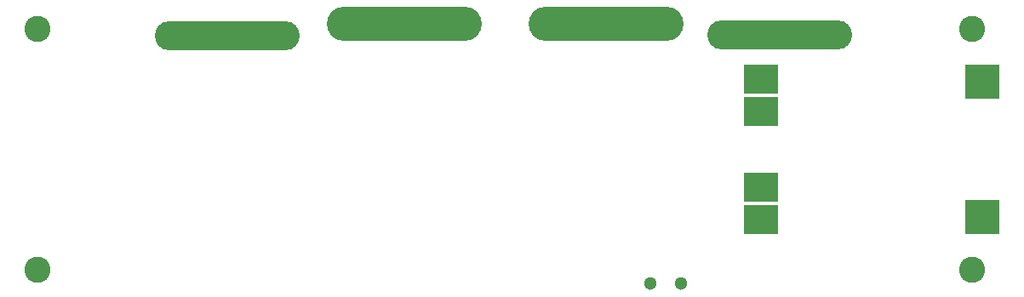
<source format=gbr>
G04 #@! TF.GenerationSoftware,KiCad,Pcbnew,5.1.4-e60b266~84~ubuntu19.04.1*
G04 #@! TF.CreationDate,2019-09-15T17:47:07+02:00*
G04 #@! TF.ProjectId,kicad,6b696361-642e-46b6-9963-61645f706362,rev?*
G04 #@! TF.SameCoordinates,Original*
G04 #@! TF.FileFunction,Soldermask,Bot*
G04 #@! TF.FilePolarity,Negative*
%FSLAX46Y46*%
G04 Gerber Fmt 4.6, Leading zero omitted, Abs format (unit mm)*
G04 Created by KiCad (PCBNEW 5.1.4-e60b266~84~ubuntu19.04.1) date 2019-09-15 17:47:07*
%MOMM*%
%LPD*%
G04 APERTURE LIST*
%ADD10C,2.600000*%
%ADD11C,1.300000*%
%ADD12R,3.400000X3.400000*%
%ADD13R,3.400000X2.900000*%
%ADD14O,15.400000X3.400000*%
%ADD15O,14.400000X2.900000*%
G04 APERTURE END LIST*
D10*
X24000000Y-23500000D03*
X24000000Y-47500000D03*
X117000000Y-47500000D03*
X117000000Y-23500000D03*
D11*
X88000000Y-48830000D03*
X85000000Y-48830000D03*
D12*
X118000000Y-28750000D03*
X118000000Y-42250000D03*
D13*
X96000000Y-42500000D03*
X96000000Y-28500000D03*
X96000000Y-31750000D03*
X96000000Y-39250000D03*
D14*
X80575000Y-23000000D03*
X60500000Y-23000000D03*
D15*
X97850000Y-24150000D03*
X42900000Y-24200000D03*
M02*

</source>
